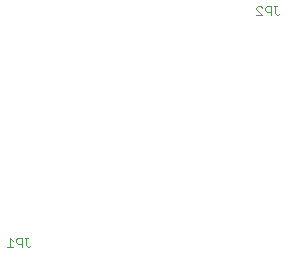
<source format=gbo>
G75*
%MOIN*%
%OFA0B0*%
%FSLAX25Y25*%
%IPPOS*%
%LPD*%
%AMOC8*
5,1,8,0,0,1.08239X$1,22.5*
%
%ADD10C,0.00300*%
D10*
X0236311Y0172442D02*
X0238246Y0172442D01*
X0237279Y0172442D02*
X0237279Y0175345D01*
X0238246Y0174377D01*
X0239258Y0173893D02*
X0239741Y0173410D01*
X0241193Y0173410D01*
X0241193Y0172442D02*
X0241193Y0175345D01*
X0239741Y0175345D01*
X0239258Y0174861D01*
X0239258Y0173893D01*
X0242204Y0175345D02*
X0243172Y0175345D01*
X0242688Y0175345D02*
X0242688Y0172926D01*
X0243172Y0172442D01*
X0243655Y0172442D01*
X0244139Y0172926D01*
X0319311Y0249692D02*
X0321246Y0249692D01*
X0319311Y0251627D01*
X0319311Y0252111D01*
X0319795Y0252595D01*
X0320762Y0252595D01*
X0321246Y0252111D01*
X0322258Y0252111D02*
X0322258Y0251143D01*
X0322741Y0250660D01*
X0324193Y0250660D01*
X0324193Y0249692D02*
X0324193Y0252595D01*
X0322741Y0252595D01*
X0322258Y0252111D01*
X0325204Y0252595D02*
X0326172Y0252595D01*
X0325688Y0252595D02*
X0325688Y0250176D01*
X0326172Y0249692D01*
X0326655Y0249692D01*
X0327139Y0250176D01*
M02*

</source>
